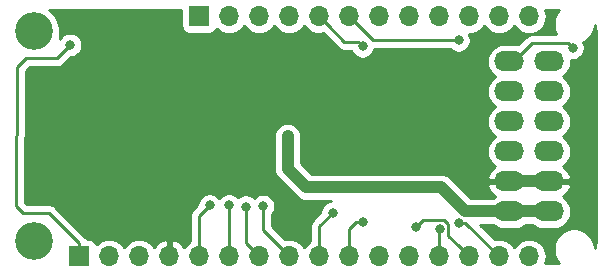
<source format=gbr>
G04 #@! TF.GenerationSoftware,KiCad,Pcbnew,5.1.4+dfsg1-1*
G04 #@! TF.CreationDate,2019-11-20T21:28:11-08:00*
G04 #@! TF.ProjectId,feather-wing-pmod,66656174-6865-4722-9d77-696e672d706d,rev?*
G04 #@! TF.SameCoordinates,PX791ddc0PY4d83c00*
G04 #@! TF.FileFunction,Copper,L2,Bot*
G04 #@! TF.FilePolarity,Positive*
%FSLAX46Y46*%
G04 Gerber Fmt 4.6, Leading zero omitted, Abs format (unit mm)*
G04 Created by KiCad (PCBNEW 5.1.4+dfsg1-1) date 2019-11-20 21:28:11*
%MOMM*%
%LPD*%
G04 APERTURE LIST*
%ADD10O,2.540000X1.700000*%
%ADD11O,1.700000X1.700000*%
%ADD12R,1.700000X1.700000*%
%ADD13C,3.200000*%
%ADD14C,0.800000*%
%ADD15C,1.000000*%
%ADD16C,0.250000*%
%ADD17C,0.254000*%
G04 APERTURE END LIST*
D10*
X46120000Y-17780000D03*
X42780000Y-17780000D03*
X46120000Y-15240000D03*
X42780000Y-15240000D03*
X46120000Y-12700000D03*
X42780000Y-12700000D03*
X46120000Y-10160000D03*
X42780000Y-10160000D03*
X46120000Y-7620000D03*
X42780000Y-7620000D03*
X46120000Y-5080000D03*
X42780000Y-5080000D03*
D11*
X44450000Y-1270000D03*
X41910000Y-1270000D03*
X39370000Y-1270000D03*
X36830000Y-1270000D03*
X34290000Y-1270000D03*
X31750000Y-1270000D03*
X29210000Y-1270000D03*
X26670000Y-1270000D03*
X24130000Y-1270000D03*
X21590000Y-1270000D03*
X19050000Y-1270000D03*
D12*
X16510000Y-1270000D03*
D11*
X44450000Y-21590000D03*
X41910000Y-21590000D03*
X39370000Y-21590000D03*
X36830000Y-21590000D03*
X34290000Y-21590000D03*
X31750000Y-21590000D03*
X29210000Y-21590000D03*
X26670000Y-21590000D03*
X24130000Y-21590000D03*
X21590000Y-21590000D03*
X19050000Y-21590000D03*
X16510000Y-21590000D03*
X13970000Y-21590000D03*
X11430000Y-21590000D03*
X8890000Y-21590000D03*
D12*
X6350000Y-21590000D03*
D13*
X2540000Y-2540000D03*
X2540000Y-20320000D03*
D14*
X3683000Y-11430000D03*
X26543000Y-11430000D03*
X8534500Y-2705000D03*
X38482711Y-18719001D03*
X34861500Y-19113500D03*
X30353000Y-18669000D03*
X27813000Y-17907000D03*
X21907500Y-17335500D03*
X20464878Y-17366979D03*
X19050000Y-17272000D03*
X17409233Y-17260975D03*
X24003000Y-11430000D03*
X38481000Y-3302000D03*
X30353000Y-3810000D03*
X48137653Y-3932347D03*
X36884489Y-19239978D03*
X5588000Y-3683000D03*
D15*
X43180000Y-15240000D02*
X45720000Y-15240000D01*
D16*
X39039001Y-18719001D02*
X38482711Y-18719001D01*
X41910000Y-21590000D02*
X39039001Y-18719001D01*
X37609499Y-19829499D02*
X38520001Y-20740001D01*
X38520001Y-20740001D02*
X39370000Y-21590000D01*
X35460026Y-18514974D02*
X37247474Y-18514974D01*
X34861500Y-19113500D02*
X35460026Y-18514974D01*
X37609499Y-18876999D02*
X37609499Y-19829499D01*
X37247474Y-18514974D02*
X37609499Y-18876999D01*
X29210000Y-19246315D02*
X29210000Y-20387919D01*
X29787315Y-18669000D02*
X29210000Y-19246315D01*
X29210000Y-20387919D02*
X29210000Y-21590000D01*
X30353000Y-18669000D02*
X29787315Y-18669000D01*
X26670000Y-19050000D02*
X26670000Y-21590000D01*
X27813000Y-17907000D02*
X26670000Y-19050000D01*
X21907500Y-19367500D02*
X24130000Y-21590000D01*
X21907500Y-17335500D02*
X21907500Y-19367500D01*
X21590000Y-21590000D02*
X20464878Y-20464878D01*
X20464878Y-20464878D02*
X20464878Y-17932664D01*
X20464878Y-17932664D02*
X20464878Y-17366979D01*
X19050000Y-17837685D02*
X19050000Y-21590000D01*
X19050000Y-17272000D02*
X19050000Y-17837685D01*
X16510000Y-18160208D02*
X17009234Y-17660974D01*
X17009234Y-17660974D02*
X17409233Y-17260975D01*
X16510000Y-21590000D02*
X16510000Y-18160208D01*
D15*
X43180000Y-17780000D02*
X45720000Y-17780000D01*
X24003000Y-14160500D02*
X24003000Y-11430000D01*
X37023687Y-15748000D02*
X25590500Y-15748000D01*
X43180000Y-17780000D02*
X39055687Y-17780000D01*
X25590500Y-15748000D02*
X24003000Y-14160500D01*
X39055687Y-17780000D02*
X37023687Y-15748000D01*
D16*
X31242000Y-3302000D02*
X29210000Y-1270000D01*
X38481000Y-3302000D02*
X31242000Y-3302000D01*
X27519999Y-2119999D02*
X26670000Y-1270000D01*
X28810001Y-3410001D02*
X27519999Y-2119999D01*
X29953001Y-3410001D02*
X28810001Y-3410001D01*
X30353000Y-3810000D02*
X29953001Y-3410001D01*
X47737654Y-3532348D02*
X44727652Y-3532348D01*
X44727652Y-3532348D02*
X43180000Y-5080000D01*
X48137653Y-3932347D02*
X47737654Y-3532348D01*
X36830000Y-21590000D02*
X36830000Y-19294467D01*
X36830000Y-19294467D02*
X36884489Y-19239978D01*
X6350000Y-20490000D02*
X6350000Y-21590000D01*
X3767000Y-17907000D02*
X6350000Y-20490000D01*
X1587500Y-17907000D02*
X3767000Y-17907000D01*
X4445000Y-4826000D02*
X1841500Y-4826000D01*
X1016000Y-17335500D02*
X1587500Y-17907000D01*
X1079500Y-5588000D02*
X1016000Y-17335500D01*
X5588000Y-3683000D02*
X4445000Y-4826000D01*
X1841500Y-4826000D02*
X1079500Y-5588000D01*
D17*
G36*
X15021928Y-2120000D02*
G01*
X15034188Y-2244482D01*
X15070498Y-2364180D01*
X15129463Y-2474494D01*
X15208815Y-2571185D01*
X15305506Y-2650537D01*
X15415820Y-2709502D01*
X15535518Y-2745812D01*
X15660000Y-2758072D01*
X17360000Y-2758072D01*
X17484482Y-2745812D01*
X17604180Y-2709502D01*
X17714494Y-2650537D01*
X17811185Y-2571185D01*
X17890537Y-2474494D01*
X17949502Y-2364180D01*
X17970393Y-2295313D01*
X17994866Y-2325134D01*
X18220986Y-2510706D01*
X18478966Y-2648599D01*
X18758889Y-2733513D01*
X18977050Y-2755000D01*
X19122950Y-2755000D01*
X19341111Y-2733513D01*
X19621034Y-2648599D01*
X19879014Y-2510706D01*
X20105134Y-2325134D01*
X20290706Y-2099014D01*
X20320000Y-2044209D01*
X20349294Y-2099014D01*
X20534866Y-2325134D01*
X20760986Y-2510706D01*
X21018966Y-2648599D01*
X21298889Y-2733513D01*
X21517050Y-2755000D01*
X21662950Y-2755000D01*
X21881111Y-2733513D01*
X22161034Y-2648599D01*
X22419014Y-2510706D01*
X22645134Y-2325134D01*
X22830706Y-2099014D01*
X22860000Y-2044209D01*
X22889294Y-2099014D01*
X23074866Y-2325134D01*
X23300986Y-2510706D01*
X23558966Y-2648599D01*
X23838889Y-2733513D01*
X24057050Y-2755000D01*
X24202950Y-2755000D01*
X24421111Y-2733513D01*
X24701034Y-2648599D01*
X24959014Y-2510706D01*
X25185134Y-2325134D01*
X25370706Y-2099014D01*
X25400000Y-2044209D01*
X25429294Y-2099014D01*
X25614866Y-2325134D01*
X25840986Y-2510706D01*
X26098966Y-2648599D01*
X26378889Y-2733513D01*
X26597050Y-2755000D01*
X26742950Y-2755000D01*
X26961111Y-2733513D01*
X27035996Y-2710797D01*
X28246201Y-3921003D01*
X28270000Y-3950002D01*
X28385725Y-4044975D01*
X28517754Y-4115547D01*
X28661015Y-4159004D01*
X28772668Y-4170001D01*
X28772677Y-4170001D01*
X28810000Y-4173677D01*
X28847323Y-4170001D01*
X29381841Y-4170001D01*
X29435795Y-4300256D01*
X29549063Y-4469774D01*
X29693226Y-4613937D01*
X29862744Y-4727205D01*
X30051102Y-4805226D01*
X30251061Y-4845000D01*
X30454939Y-4845000D01*
X30654898Y-4805226D01*
X30843256Y-4727205D01*
X31012774Y-4613937D01*
X31156937Y-4469774D01*
X31270205Y-4300256D01*
X31348226Y-4111898D01*
X31358151Y-4062000D01*
X37777289Y-4062000D01*
X37821226Y-4105937D01*
X37990744Y-4219205D01*
X38179102Y-4297226D01*
X38379061Y-4337000D01*
X38582939Y-4337000D01*
X38782898Y-4297226D01*
X38971256Y-4219205D01*
X39140774Y-4105937D01*
X39284937Y-3961774D01*
X39398205Y-3792256D01*
X39476226Y-3603898D01*
X39516000Y-3403939D01*
X39516000Y-3200061D01*
X39476226Y-3000102D01*
X39398205Y-2811744D01*
X39360290Y-2755000D01*
X39442950Y-2755000D01*
X39661111Y-2733513D01*
X39941034Y-2648599D01*
X40199014Y-2510706D01*
X40425134Y-2325134D01*
X40610706Y-2099014D01*
X40640000Y-2044209D01*
X40669294Y-2099014D01*
X40854866Y-2325134D01*
X41080986Y-2510706D01*
X41338966Y-2648599D01*
X41618889Y-2733513D01*
X41837050Y-2755000D01*
X41982950Y-2755000D01*
X42201111Y-2733513D01*
X42481034Y-2648599D01*
X42739014Y-2510706D01*
X42965134Y-2325134D01*
X43150706Y-2099014D01*
X43180000Y-2044209D01*
X43209294Y-2099014D01*
X43394866Y-2325134D01*
X43620986Y-2510706D01*
X43878966Y-2648599D01*
X44158889Y-2733513D01*
X44377050Y-2755000D01*
X44522950Y-2755000D01*
X44741111Y-2733513D01*
X45021034Y-2648599D01*
X45279014Y-2510706D01*
X45505134Y-2325134D01*
X45690706Y-2099014D01*
X45828599Y-1841034D01*
X45913513Y-1561111D01*
X45942185Y-1270000D01*
X45913513Y-978889D01*
X45831946Y-710000D01*
X47001339Y-710000D01*
X46912337Y-799002D01*
X46722463Y-1083169D01*
X46591675Y-1398919D01*
X46525000Y-1734117D01*
X46525000Y-2075883D01*
X46591675Y-2411081D01*
X46722463Y-2726831D01*
X46752876Y-2772348D01*
X44764974Y-2772348D01*
X44727651Y-2768672D01*
X44690328Y-2772348D01*
X44690319Y-2772348D01*
X44578666Y-2783345D01*
X44435405Y-2826802D01*
X44303376Y-2897374D01*
X44303374Y-2897375D01*
X44303375Y-2897375D01*
X44216648Y-2968549D01*
X44216644Y-2968553D01*
X44187651Y-2992347D01*
X44163857Y-3021340D01*
X43550650Y-3634548D01*
X43491111Y-3616487D01*
X43272950Y-3595000D01*
X42287050Y-3595000D01*
X42068889Y-3616487D01*
X41788966Y-3701401D01*
X41530986Y-3839294D01*
X41304866Y-4024866D01*
X41119294Y-4250986D01*
X40981401Y-4508966D01*
X40896487Y-4788889D01*
X40867815Y-5080000D01*
X40896487Y-5371111D01*
X40981401Y-5651034D01*
X41119294Y-5909014D01*
X41304866Y-6135134D01*
X41530986Y-6320706D01*
X41585791Y-6350000D01*
X41530986Y-6379294D01*
X41304866Y-6564866D01*
X41119294Y-6790986D01*
X40981401Y-7048966D01*
X40896487Y-7328889D01*
X40867815Y-7620000D01*
X40896487Y-7911111D01*
X40981401Y-8191034D01*
X41119294Y-8449014D01*
X41304866Y-8675134D01*
X41530986Y-8860706D01*
X41585791Y-8890000D01*
X41530986Y-8919294D01*
X41304866Y-9104866D01*
X41119294Y-9330986D01*
X40981401Y-9588966D01*
X40896487Y-9868889D01*
X40867815Y-10160000D01*
X40896487Y-10451111D01*
X40981401Y-10731034D01*
X41119294Y-10989014D01*
X41304866Y-11215134D01*
X41530986Y-11400706D01*
X41585791Y-11430000D01*
X41530986Y-11459294D01*
X41304866Y-11644866D01*
X41119294Y-11870986D01*
X40981401Y-12128966D01*
X40896487Y-12408889D01*
X40867815Y-12700000D01*
X40896487Y-12991111D01*
X40981401Y-13271034D01*
X41119294Y-13529014D01*
X41304866Y-13755134D01*
X41530986Y-13940706D01*
X41589337Y-13971895D01*
X41429381Y-14075824D01*
X41220143Y-14279748D01*
X41054709Y-14520574D01*
X40939437Y-14789047D01*
X40918524Y-14883110D01*
X41039845Y-15113000D01*
X42653000Y-15113000D01*
X42653000Y-15093000D01*
X42907000Y-15093000D01*
X42907000Y-15113000D01*
X45993000Y-15113000D01*
X45993000Y-15093000D01*
X46247000Y-15093000D01*
X46247000Y-15113000D01*
X47860155Y-15113000D01*
X47981476Y-14883110D01*
X47960563Y-14789047D01*
X47845291Y-14520574D01*
X47679857Y-14279748D01*
X47470619Y-14075824D01*
X47310663Y-13971895D01*
X47369014Y-13940706D01*
X47595134Y-13755134D01*
X47780706Y-13529014D01*
X47918599Y-13271034D01*
X48003513Y-12991111D01*
X48032185Y-12700000D01*
X48003513Y-12408889D01*
X47918599Y-12128966D01*
X47780706Y-11870986D01*
X47595134Y-11644866D01*
X47369014Y-11459294D01*
X47314209Y-11430000D01*
X47369014Y-11400706D01*
X47595134Y-11215134D01*
X47780706Y-10989014D01*
X47918599Y-10731034D01*
X48003513Y-10451111D01*
X48032185Y-10160000D01*
X48003513Y-9868889D01*
X47918599Y-9588966D01*
X47780706Y-9330986D01*
X47595134Y-9104866D01*
X47369014Y-8919294D01*
X47314209Y-8890000D01*
X47369014Y-8860706D01*
X47595134Y-8675134D01*
X47780706Y-8449014D01*
X47918599Y-8191034D01*
X48003513Y-7911111D01*
X48032185Y-7620000D01*
X48003513Y-7328889D01*
X47918599Y-7048966D01*
X47780706Y-6790986D01*
X47595134Y-6564866D01*
X47369014Y-6379294D01*
X47314209Y-6350000D01*
X47369014Y-6320706D01*
X47595134Y-6135134D01*
X47780706Y-5909014D01*
X47918599Y-5651034D01*
X48003513Y-5371111D01*
X48032185Y-5080000D01*
X48020797Y-4964380D01*
X48035714Y-4967347D01*
X48239592Y-4967347D01*
X48439551Y-4927573D01*
X48627909Y-4849552D01*
X48797427Y-4736284D01*
X48941590Y-4592121D01*
X49054858Y-4422603D01*
X49132879Y-4234245D01*
X49172653Y-4034286D01*
X49172653Y-3830408D01*
X49132879Y-3630449D01*
X49058966Y-3452008D01*
X49081831Y-3442537D01*
X49365998Y-3252663D01*
X49607663Y-3010998D01*
X49797537Y-2726831D01*
X49928325Y-2411081D01*
X49995000Y-2075883D01*
X49995000Y-1997338D01*
X50049286Y-2172708D01*
X50090001Y-2560082D01*
X50090000Y-20285280D01*
X50051809Y-20674784D01*
X49995000Y-20862944D01*
X49995000Y-20784117D01*
X49928325Y-20448919D01*
X49797537Y-20133169D01*
X49607663Y-19849002D01*
X49365998Y-19607337D01*
X49081831Y-19417463D01*
X48766081Y-19286675D01*
X48430883Y-19220000D01*
X48089117Y-19220000D01*
X47753919Y-19286675D01*
X47438169Y-19417463D01*
X47154002Y-19607337D01*
X46912337Y-19849002D01*
X46722463Y-20133169D01*
X46591675Y-20448919D01*
X46525000Y-20784117D01*
X46525000Y-21125883D01*
X46591675Y-21461081D01*
X46722463Y-21776831D01*
X46912337Y-22060998D01*
X47001339Y-22150000D01*
X45831946Y-22150000D01*
X45913513Y-21881111D01*
X45942185Y-21590000D01*
X45913513Y-21298889D01*
X45828599Y-21018966D01*
X45690706Y-20760986D01*
X45505134Y-20534866D01*
X45279014Y-20349294D01*
X45021034Y-20211401D01*
X44741111Y-20126487D01*
X44522950Y-20105000D01*
X44377050Y-20105000D01*
X44158889Y-20126487D01*
X43878966Y-20211401D01*
X43620986Y-20349294D01*
X43394866Y-20534866D01*
X43209294Y-20760986D01*
X43180000Y-20815791D01*
X43150706Y-20760986D01*
X42965134Y-20534866D01*
X42739014Y-20349294D01*
X42481034Y-20211401D01*
X42201111Y-20126487D01*
X41982950Y-20105000D01*
X41837050Y-20105000D01*
X41618889Y-20126487D01*
X41544005Y-20149203D01*
X40309801Y-18915000D01*
X41402183Y-18915000D01*
X41530986Y-19020706D01*
X41788966Y-19158599D01*
X42068889Y-19243513D01*
X42287050Y-19265000D01*
X43272950Y-19265000D01*
X43491111Y-19243513D01*
X43771034Y-19158599D01*
X44029014Y-19020706D01*
X44157817Y-18915000D01*
X44742183Y-18915000D01*
X44870986Y-19020706D01*
X45128966Y-19158599D01*
X45408889Y-19243513D01*
X45627050Y-19265000D01*
X46612950Y-19265000D01*
X46831111Y-19243513D01*
X47111034Y-19158599D01*
X47369014Y-19020706D01*
X47595134Y-18835134D01*
X47780706Y-18609014D01*
X47918599Y-18351034D01*
X48003513Y-18071111D01*
X48032185Y-17780000D01*
X48003513Y-17488889D01*
X47918599Y-17208966D01*
X47780706Y-16950986D01*
X47595134Y-16724866D01*
X47369014Y-16539294D01*
X47310663Y-16508105D01*
X47470619Y-16404176D01*
X47679857Y-16200252D01*
X47845291Y-15959426D01*
X47960563Y-15690953D01*
X47981476Y-15596890D01*
X47860155Y-15367000D01*
X46247000Y-15367000D01*
X46247000Y-15387000D01*
X45993000Y-15387000D01*
X45993000Y-15367000D01*
X42907000Y-15367000D01*
X42907000Y-15387000D01*
X42653000Y-15387000D01*
X42653000Y-15367000D01*
X41039845Y-15367000D01*
X40918524Y-15596890D01*
X40939437Y-15690953D01*
X41054709Y-15959426D01*
X41220143Y-16200252D01*
X41429381Y-16404176D01*
X41589337Y-16508105D01*
X41530986Y-16539294D01*
X41402183Y-16645000D01*
X39525819Y-16645000D01*
X37865683Y-14984865D01*
X37830136Y-14941551D01*
X37657310Y-14799716D01*
X37460134Y-14694324D01*
X37246186Y-14629423D01*
X37079439Y-14613000D01*
X37079438Y-14613000D01*
X37023687Y-14607509D01*
X36967936Y-14613000D01*
X26060632Y-14613000D01*
X25138000Y-13690369D01*
X25138000Y-11374248D01*
X25121577Y-11207501D01*
X25056676Y-10993553D01*
X24951284Y-10796377D01*
X24809449Y-10623551D01*
X24636623Y-10481716D01*
X24439447Y-10376324D01*
X24225499Y-10311423D01*
X24003000Y-10289509D01*
X23780502Y-10311423D01*
X23566554Y-10376324D01*
X23369378Y-10481716D01*
X23196552Y-10623551D01*
X23054717Y-10796377D01*
X22949325Y-10993553D01*
X22884424Y-11207501D01*
X22868001Y-11374248D01*
X22868000Y-14104748D01*
X22862509Y-14160500D01*
X22868000Y-14216251D01*
X22884423Y-14382998D01*
X22949324Y-14596946D01*
X23054716Y-14794123D01*
X23196551Y-14966949D01*
X23239865Y-15002496D01*
X24748509Y-16511140D01*
X24784051Y-16554449D01*
X24956877Y-16696284D01*
X25116763Y-16781744D01*
X25154053Y-16801676D01*
X25368001Y-16866577D01*
X25590499Y-16888491D01*
X25646251Y-16883000D01*
X27655760Y-16883000D01*
X27511102Y-16911774D01*
X27322744Y-16989795D01*
X27153226Y-17103063D01*
X27009063Y-17247226D01*
X26895795Y-17416744D01*
X26817774Y-17605102D01*
X26778000Y-17805061D01*
X26778000Y-17867198D01*
X26159002Y-18486196D01*
X26129999Y-18509999D01*
X26083170Y-18567061D01*
X26035026Y-18625724D01*
X25980207Y-18728283D01*
X25964454Y-18757754D01*
X25920997Y-18901015D01*
X25910000Y-19012668D01*
X25910000Y-19012678D01*
X25906324Y-19050000D01*
X25910000Y-19087323D01*
X25910000Y-20312405D01*
X25840986Y-20349294D01*
X25614866Y-20534866D01*
X25429294Y-20760986D01*
X25400000Y-20815791D01*
X25370706Y-20760986D01*
X25185134Y-20534866D01*
X24959014Y-20349294D01*
X24701034Y-20211401D01*
X24421111Y-20126487D01*
X24202950Y-20105000D01*
X24057050Y-20105000D01*
X23838889Y-20126487D01*
X23764005Y-20149203D01*
X22667500Y-19052699D01*
X22667500Y-18039211D01*
X22711437Y-17995274D01*
X22824705Y-17825756D01*
X22902726Y-17637398D01*
X22942500Y-17437439D01*
X22942500Y-17233561D01*
X22902726Y-17033602D01*
X22824705Y-16845244D01*
X22711437Y-16675726D01*
X22567274Y-16531563D01*
X22397756Y-16418295D01*
X22209398Y-16340274D01*
X22009439Y-16300500D01*
X21805561Y-16300500D01*
X21605602Y-16340274D01*
X21417244Y-16418295D01*
X21247726Y-16531563D01*
X21170450Y-16608840D01*
X21124652Y-16563042D01*
X20955134Y-16449774D01*
X20766776Y-16371753D01*
X20566817Y-16331979D01*
X20362939Y-16331979D01*
X20162980Y-16371753D01*
X19974622Y-16449774D01*
X19805104Y-16563042D01*
X19804929Y-16563218D01*
X19709774Y-16468063D01*
X19540256Y-16354795D01*
X19351898Y-16276774D01*
X19151939Y-16237000D01*
X18948061Y-16237000D01*
X18748102Y-16276774D01*
X18559744Y-16354795D01*
X18390226Y-16468063D01*
X18246063Y-16612226D01*
X18233300Y-16631327D01*
X18213170Y-16601201D01*
X18069007Y-16457038D01*
X17899489Y-16343770D01*
X17711131Y-16265749D01*
X17511172Y-16225975D01*
X17307294Y-16225975D01*
X17107335Y-16265749D01*
X16918977Y-16343770D01*
X16749459Y-16457038D01*
X16605296Y-16601201D01*
X16492028Y-16770719D01*
X16414007Y-16959077D01*
X16374233Y-17159036D01*
X16374233Y-17221173D01*
X15998998Y-17596409D01*
X15970000Y-17620207D01*
X15946202Y-17649205D01*
X15946201Y-17649206D01*
X15875026Y-17735932D01*
X15804454Y-17867962D01*
X15788670Y-17919997D01*
X15760998Y-18011222D01*
X15754061Y-18081650D01*
X15746324Y-18160208D01*
X15750001Y-18197540D01*
X15750000Y-20312405D01*
X15680986Y-20349294D01*
X15454866Y-20534866D01*
X15269294Y-20760986D01*
X15234799Y-20825523D01*
X15165178Y-20708645D01*
X14970269Y-20492412D01*
X14736920Y-20318359D01*
X14474099Y-20193175D01*
X14326890Y-20148524D01*
X14097000Y-20269845D01*
X14097000Y-21463000D01*
X14117000Y-21463000D01*
X14117000Y-21717000D01*
X14097000Y-21717000D01*
X14097000Y-21737000D01*
X13843000Y-21737000D01*
X13843000Y-21717000D01*
X13823000Y-21717000D01*
X13823000Y-21463000D01*
X13843000Y-21463000D01*
X13843000Y-20269845D01*
X13613110Y-20148524D01*
X13465901Y-20193175D01*
X13203080Y-20318359D01*
X12969731Y-20492412D01*
X12774822Y-20708645D01*
X12705201Y-20825523D01*
X12670706Y-20760986D01*
X12485134Y-20534866D01*
X12259014Y-20349294D01*
X12001034Y-20211401D01*
X11721111Y-20126487D01*
X11502950Y-20105000D01*
X11357050Y-20105000D01*
X11138889Y-20126487D01*
X10858966Y-20211401D01*
X10600986Y-20349294D01*
X10374866Y-20534866D01*
X10189294Y-20760986D01*
X10160000Y-20815791D01*
X10130706Y-20760986D01*
X9945134Y-20534866D01*
X9719014Y-20349294D01*
X9461034Y-20211401D01*
X9181111Y-20126487D01*
X8962950Y-20105000D01*
X8817050Y-20105000D01*
X8598889Y-20126487D01*
X8318966Y-20211401D01*
X8060986Y-20349294D01*
X7834866Y-20534866D01*
X7810393Y-20564687D01*
X7789502Y-20495820D01*
X7730537Y-20385506D01*
X7651185Y-20288815D01*
X7554494Y-20209463D01*
X7444180Y-20150498D01*
X7324482Y-20114188D01*
X7200000Y-20101928D01*
X7004326Y-20101928D01*
X6984974Y-20065724D01*
X6890001Y-19949999D01*
X6861004Y-19926202D01*
X4330804Y-17396003D01*
X4307001Y-17366999D01*
X4191276Y-17272026D01*
X4059247Y-17201454D01*
X3915986Y-17157997D01*
X3804333Y-17147000D01*
X3804322Y-17147000D01*
X3767000Y-17143324D01*
X3729678Y-17147000D01*
X1902302Y-17147000D01*
X1777703Y-17022402D01*
X1837800Y-5904502D01*
X2156302Y-5586000D01*
X4407678Y-5586000D01*
X4445000Y-5589676D01*
X4482322Y-5586000D01*
X4482333Y-5586000D01*
X4593986Y-5575003D01*
X4737247Y-5531546D01*
X4869276Y-5460974D01*
X4985001Y-5366001D01*
X5008804Y-5336998D01*
X5627802Y-4718000D01*
X5689939Y-4718000D01*
X5889898Y-4678226D01*
X6078256Y-4600205D01*
X6247774Y-4486937D01*
X6391937Y-4342774D01*
X6505205Y-4173256D01*
X6583226Y-3984898D01*
X6623000Y-3784939D01*
X6623000Y-3581061D01*
X6583226Y-3381102D01*
X6505205Y-3192744D01*
X6391937Y-3023226D01*
X6247774Y-2879063D01*
X6078256Y-2765795D01*
X5889898Y-2687774D01*
X5689939Y-2648000D01*
X5486061Y-2648000D01*
X5286102Y-2687774D01*
X5097744Y-2765795D01*
X4928226Y-2879063D01*
X4784063Y-3023226D01*
X4696641Y-3154062D01*
X4775000Y-2760128D01*
X4775000Y-2319872D01*
X4689110Y-1888075D01*
X4520631Y-1481331D01*
X4276038Y-1115271D01*
X3964729Y-803962D01*
X3824105Y-710000D01*
X15021928Y-710000D01*
X15021928Y-2120000D01*
X15021928Y-2120000D01*
G37*
X15021928Y-2120000D02*
X15034188Y-2244482D01*
X15070498Y-2364180D01*
X15129463Y-2474494D01*
X15208815Y-2571185D01*
X15305506Y-2650537D01*
X15415820Y-2709502D01*
X15535518Y-2745812D01*
X15660000Y-2758072D01*
X17360000Y-2758072D01*
X17484482Y-2745812D01*
X17604180Y-2709502D01*
X17714494Y-2650537D01*
X17811185Y-2571185D01*
X17890537Y-2474494D01*
X17949502Y-2364180D01*
X17970393Y-2295313D01*
X17994866Y-2325134D01*
X18220986Y-2510706D01*
X18478966Y-2648599D01*
X18758889Y-2733513D01*
X18977050Y-2755000D01*
X19122950Y-2755000D01*
X19341111Y-2733513D01*
X19621034Y-2648599D01*
X19879014Y-2510706D01*
X20105134Y-2325134D01*
X20290706Y-2099014D01*
X20320000Y-2044209D01*
X20349294Y-2099014D01*
X20534866Y-2325134D01*
X20760986Y-2510706D01*
X21018966Y-2648599D01*
X21298889Y-2733513D01*
X21517050Y-2755000D01*
X21662950Y-2755000D01*
X21881111Y-2733513D01*
X22161034Y-2648599D01*
X22419014Y-2510706D01*
X22645134Y-2325134D01*
X22830706Y-2099014D01*
X22860000Y-2044209D01*
X22889294Y-2099014D01*
X23074866Y-2325134D01*
X23300986Y-2510706D01*
X23558966Y-2648599D01*
X23838889Y-2733513D01*
X24057050Y-2755000D01*
X24202950Y-2755000D01*
X24421111Y-2733513D01*
X24701034Y-2648599D01*
X24959014Y-2510706D01*
X25185134Y-2325134D01*
X25370706Y-2099014D01*
X25400000Y-2044209D01*
X25429294Y-2099014D01*
X25614866Y-2325134D01*
X25840986Y-2510706D01*
X26098966Y-2648599D01*
X26378889Y-2733513D01*
X26597050Y-2755000D01*
X26742950Y-2755000D01*
X26961111Y-2733513D01*
X27035996Y-2710797D01*
X28246201Y-3921003D01*
X28270000Y-3950002D01*
X28385725Y-4044975D01*
X28517754Y-4115547D01*
X28661015Y-4159004D01*
X28772668Y-4170001D01*
X28772677Y-4170001D01*
X28810000Y-4173677D01*
X28847323Y-4170001D01*
X29381841Y-4170001D01*
X29435795Y-4300256D01*
X29549063Y-4469774D01*
X29693226Y-4613937D01*
X29862744Y-4727205D01*
X30051102Y-4805226D01*
X30251061Y-4845000D01*
X30454939Y-4845000D01*
X30654898Y-4805226D01*
X30843256Y-4727205D01*
X31012774Y-4613937D01*
X31156937Y-4469774D01*
X31270205Y-4300256D01*
X31348226Y-4111898D01*
X31358151Y-4062000D01*
X37777289Y-4062000D01*
X37821226Y-4105937D01*
X37990744Y-4219205D01*
X38179102Y-4297226D01*
X38379061Y-4337000D01*
X38582939Y-4337000D01*
X38782898Y-4297226D01*
X38971256Y-4219205D01*
X39140774Y-4105937D01*
X39284937Y-3961774D01*
X39398205Y-3792256D01*
X39476226Y-3603898D01*
X39516000Y-3403939D01*
X39516000Y-3200061D01*
X39476226Y-3000102D01*
X39398205Y-2811744D01*
X39360290Y-2755000D01*
X39442950Y-2755000D01*
X39661111Y-2733513D01*
X39941034Y-2648599D01*
X40199014Y-2510706D01*
X40425134Y-2325134D01*
X40610706Y-2099014D01*
X40640000Y-2044209D01*
X40669294Y-2099014D01*
X40854866Y-2325134D01*
X41080986Y-2510706D01*
X41338966Y-2648599D01*
X41618889Y-2733513D01*
X41837050Y-2755000D01*
X41982950Y-2755000D01*
X42201111Y-2733513D01*
X42481034Y-2648599D01*
X42739014Y-2510706D01*
X42965134Y-2325134D01*
X43150706Y-2099014D01*
X43180000Y-2044209D01*
X43209294Y-2099014D01*
X43394866Y-2325134D01*
X43620986Y-2510706D01*
X43878966Y-2648599D01*
X44158889Y-2733513D01*
X44377050Y-2755000D01*
X44522950Y-2755000D01*
X44741111Y-2733513D01*
X45021034Y-2648599D01*
X45279014Y-2510706D01*
X45505134Y-2325134D01*
X45690706Y-2099014D01*
X45828599Y-1841034D01*
X45913513Y-1561111D01*
X45942185Y-1270000D01*
X45913513Y-978889D01*
X45831946Y-710000D01*
X47001339Y-710000D01*
X46912337Y-799002D01*
X46722463Y-1083169D01*
X46591675Y-1398919D01*
X46525000Y-1734117D01*
X46525000Y-2075883D01*
X46591675Y-2411081D01*
X46722463Y-2726831D01*
X46752876Y-2772348D01*
X44764974Y-2772348D01*
X44727651Y-2768672D01*
X44690328Y-2772348D01*
X44690319Y-2772348D01*
X44578666Y-2783345D01*
X44435405Y-2826802D01*
X44303376Y-2897374D01*
X44303374Y-2897375D01*
X44303375Y-2897375D01*
X44216648Y-2968549D01*
X44216644Y-2968553D01*
X44187651Y-2992347D01*
X44163857Y-3021340D01*
X43550650Y-3634548D01*
X43491111Y-3616487D01*
X43272950Y-3595000D01*
X42287050Y-3595000D01*
X42068889Y-3616487D01*
X41788966Y-3701401D01*
X41530986Y-3839294D01*
X41304866Y-4024866D01*
X41119294Y-4250986D01*
X40981401Y-4508966D01*
X40896487Y-4788889D01*
X40867815Y-5080000D01*
X40896487Y-5371111D01*
X40981401Y-5651034D01*
X41119294Y-5909014D01*
X41304866Y-6135134D01*
X41530986Y-6320706D01*
X41585791Y-6350000D01*
X41530986Y-6379294D01*
X41304866Y-6564866D01*
X41119294Y-6790986D01*
X40981401Y-7048966D01*
X40896487Y-7328889D01*
X40867815Y-7620000D01*
X40896487Y-7911111D01*
X40981401Y-8191034D01*
X41119294Y-8449014D01*
X41304866Y-8675134D01*
X41530986Y-8860706D01*
X41585791Y-8890000D01*
X41530986Y-8919294D01*
X41304866Y-9104866D01*
X41119294Y-9330986D01*
X40981401Y-9588966D01*
X40896487Y-9868889D01*
X40867815Y-10160000D01*
X40896487Y-10451111D01*
X40981401Y-10731034D01*
X41119294Y-10989014D01*
X41304866Y-11215134D01*
X41530986Y-11400706D01*
X41585791Y-11430000D01*
X41530986Y-11459294D01*
X41304866Y-11644866D01*
X41119294Y-11870986D01*
X40981401Y-12128966D01*
X40896487Y-12408889D01*
X40867815Y-12700000D01*
X40896487Y-12991111D01*
X40981401Y-13271034D01*
X41119294Y-13529014D01*
X41304866Y-13755134D01*
X41530986Y-13940706D01*
X41589337Y-13971895D01*
X41429381Y-14075824D01*
X41220143Y-14279748D01*
X41054709Y-14520574D01*
X40939437Y-14789047D01*
X40918524Y-14883110D01*
X41039845Y-15113000D01*
X42653000Y-15113000D01*
X42653000Y-15093000D01*
X42907000Y-15093000D01*
X42907000Y-15113000D01*
X45993000Y-15113000D01*
X45993000Y-15093000D01*
X46247000Y-15093000D01*
X46247000Y-15113000D01*
X47860155Y-15113000D01*
X47981476Y-14883110D01*
X47960563Y-14789047D01*
X47845291Y-14520574D01*
X47679857Y-14279748D01*
X47470619Y-14075824D01*
X47310663Y-13971895D01*
X47369014Y-13940706D01*
X47595134Y-13755134D01*
X47780706Y-13529014D01*
X47918599Y-13271034D01*
X48003513Y-12991111D01*
X48032185Y-12700000D01*
X48003513Y-12408889D01*
X47918599Y-12128966D01*
X47780706Y-11870986D01*
X47595134Y-11644866D01*
X47369014Y-11459294D01*
X47314209Y-11430000D01*
X47369014Y-11400706D01*
X47595134Y-11215134D01*
X47780706Y-10989014D01*
X47918599Y-10731034D01*
X48003513Y-10451111D01*
X48032185Y-10160000D01*
X48003513Y-9868889D01*
X47918599Y-9588966D01*
X47780706Y-9330986D01*
X47595134Y-9104866D01*
X47369014Y-8919294D01*
X47314209Y-8890000D01*
X47369014Y-8860706D01*
X47595134Y-8675134D01*
X47780706Y-8449014D01*
X47918599Y-8191034D01*
X48003513Y-7911111D01*
X48032185Y-7620000D01*
X48003513Y-7328889D01*
X47918599Y-7048966D01*
X47780706Y-6790986D01*
X47595134Y-6564866D01*
X47369014Y-6379294D01*
X47314209Y-6350000D01*
X47369014Y-6320706D01*
X47595134Y-6135134D01*
X47780706Y-5909014D01*
X47918599Y-5651034D01*
X48003513Y-5371111D01*
X48032185Y-5080000D01*
X48020797Y-4964380D01*
X48035714Y-4967347D01*
X48239592Y-4967347D01*
X48439551Y-4927573D01*
X48627909Y-4849552D01*
X48797427Y-4736284D01*
X48941590Y-4592121D01*
X49054858Y-4422603D01*
X49132879Y-4234245D01*
X49172653Y-4034286D01*
X49172653Y-3830408D01*
X49132879Y-3630449D01*
X49058966Y-3452008D01*
X49081831Y-3442537D01*
X49365998Y-3252663D01*
X49607663Y-3010998D01*
X49797537Y-2726831D01*
X49928325Y-2411081D01*
X49995000Y-2075883D01*
X49995000Y-1997338D01*
X50049286Y-2172708D01*
X50090001Y-2560082D01*
X50090000Y-20285280D01*
X50051809Y-20674784D01*
X49995000Y-20862944D01*
X49995000Y-20784117D01*
X49928325Y-20448919D01*
X49797537Y-20133169D01*
X49607663Y-19849002D01*
X49365998Y-19607337D01*
X49081831Y-19417463D01*
X48766081Y-19286675D01*
X48430883Y-19220000D01*
X48089117Y-19220000D01*
X47753919Y-19286675D01*
X47438169Y-19417463D01*
X47154002Y-19607337D01*
X46912337Y-19849002D01*
X46722463Y-20133169D01*
X46591675Y-20448919D01*
X46525000Y-20784117D01*
X46525000Y-21125883D01*
X46591675Y-21461081D01*
X46722463Y-21776831D01*
X46912337Y-22060998D01*
X47001339Y-22150000D01*
X45831946Y-22150000D01*
X45913513Y-21881111D01*
X45942185Y-21590000D01*
X45913513Y-21298889D01*
X45828599Y-21018966D01*
X45690706Y-20760986D01*
X45505134Y-20534866D01*
X45279014Y-20349294D01*
X45021034Y-20211401D01*
X44741111Y-20126487D01*
X44522950Y-20105000D01*
X44377050Y-20105000D01*
X44158889Y-20126487D01*
X43878966Y-20211401D01*
X43620986Y-20349294D01*
X43394866Y-20534866D01*
X43209294Y-20760986D01*
X43180000Y-20815791D01*
X43150706Y-20760986D01*
X42965134Y-20534866D01*
X42739014Y-20349294D01*
X42481034Y-20211401D01*
X42201111Y-20126487D01*
X41982950Y-20105000D01*
X41837050Y-20105000D01*
X41618889Y-20126487D01*
X41544005Y-20149203D01*
X40309801Y-18915000D01*
X41402183Y-18915000D01*
X41530986Y-19020706D01*
X41788966Y-19158599D01*
X42068889Y-19243513D01*
X42287050Y-19265000D01*
X43272950Y-19265000D01*
X43491111Y-19243513D01*
X43771034Y-19158599D01*
X44029014Y-19020706D01*
X44157817Y-18915000D01*
X44742183Y-18915000D01*
X44870986Y-19020706D01*
X45128966Y-19158599D01*
X45408889Y-19243513D01*
X45627050Y-19265000D01*
X46612950Y-19265000D01*
X46831111Y-19243513D01*
X47111034Y-19158599D01*
X47369014Y-19020706D01*
X47595134Y-18835134D01*
X47780706Y-18609014D01*
X47918599Y-18351034D01*
X48003513Y-18071111D01*
X48032185Y-17780000D01*
X48003513Y-17488889D01*
X47918599Y-17208966D01*
X47780706Y-16950986D01*
X47595134Y-16724866D01*
X47369014Y-16539294D01*
X47310663Y-16508105D01*
X47470619Y-16404176D01*
X47679857Y-16200252D01*
X47845291Y-15959426D01*
X47960563Y-15690953D01*
X47981476Y-15596890D01*
X47860155Y-15367000D01*
X46247000Y-15367000D01*
X46247000Y-15387000D01*
X45993000Y-15387000D01*
X45993000Y-15367000D01*
X42907000Y-15367000D01*
X42907000Y-15387000D01*
X42653000Y-15387000D01*
X42653000Y-15367000D01*
X41039845Y-15367000D01*
X40918524Y-15596890D01*
X40939437Y-15690953D01*
X41054709Y-15959426D01*
X41220143Y-16200252D01*
X41429381Y-16404176D01*
X41589337Y-16508105D01*
X41530986Y-16539294D01*
X41402183Y-16645000D01*
X39525819Y-16645000D01*
X37865683Y-14984865D01*
X37830136Y-14941551D01*
X37657310Y-14799716D01*
X37460134Y-14694324D01*
X37246186Y-14629423D01*
X37079439Y-14613000D01*
X37079438Y-14613000D01*
X37023687Y-14607509D01*
X36967936Y-14613000D01*
X26060632Y-14613000D01*
X25138000Y-13690369D01*
X25138000Y-11374248D01*
X25121577Y-11207501D01*
X25056676Y-10993553D01*
X24951284Y-10796377D01*
X24809449Y-10623551D01*
X24636623Y-10481716D01*
X24439447Y-10376324D01*
X24225499Y-10311423D01*
X24003000Y-10289509D01*
X23780502Y-10311423D01*
X23566554Y-10376324D01*
X23369378Y-10481716D01*
X23196552Y-10623551D01*
X23054717Y-10796377D01*
X22949325Y-10993553D01*
X22884424Y-11207501D01*
X22868001Y-11374248D01*
X22868000Y-14104748D01*
X22862509Y-14160500D01*
X22868000Y-14216251D01*
X22884423Y-14382998D01*
X22949324Y-14596946D01*
X23054716Y-14794123D01*
X23196551Y-14966949D01*
X23239865Y-15002496D01*
X24748509Y-16511140D01*
X24784051Y-16554449D01*
X24956877Y-16696284D01*
X25116763Y-16781744D01*
X25154053Y-16801676D01*
X25368001Y-16866577D01*
X25590499Y-16888491D01*
X25646251Y-16883000D01*
X27655760Y-16883000D01*
X27511102Y-16911774D01*
X27322744Y-16989795D01*
X27153226Y-17103063D01*
X27009063Y-17247226D01*
X26895795Y-17416744D01*
X26817774Y-17605102D01*
X26778000Y-17805061D01*
X26778000Y-17867198D01*
X26159002Y-18486196D01*
X26129999Y-18509999D01*
X26083170Y-18567061D01*
X26035026Y-18625724D01*
X25980207Y-18728283D01*
X25964454Y-18757754D01*
X25920997Y-18901015D01*
X25910000Y-19012668D01*
X25910000Y-19012678D01*
X25906324Y-19050000D01*
X25910000Y-19087323D01*
X25910000Y-20312405D01*
X25840986Y-20349294D01*
X25614866Y-20534866D01*
X25429294Y-20760986D01*
X25400000Y-20815791D01*
X25370706Y-20760986D01*
X25185134Y-20534866D01*
X24959014Y-20349294D01*
X24701034Y-20211401D01*
X24421111Y-20126487D01*
X24202950Y-20105000D01*
X24057050Y-20105000D01*
X23838889Y-20126487D01*
X23764005Y-20149203D01*
X22667500Y-19052699D01*
X22667500Y-18039211D01*
X22711437Y-17995274D01*
X22824705Y-17825756D01*
X22902726Y-17637398D01*
X22942500Y-17437439D01*
X22942500Y-17233561D01*
X22902726Y-17033602D01*
X22824705Y-16845244D01*
X22711437Y-16675726D01*
X22567274Y-16531563D01*
X22397756Y-16418295D01*
X22209398Y-16340274D01*
X22009439Y-16300500D01*
X21805561Y-16300500D01*
X21605602Y-16340274D01*
X21417244Y-16418295D01*
X21247726Y-16531563D01*
X21170450Y-16608840D01*
X21124652Y-16563042D01*
X20955134Y-16449774D01*
X20766776Y-16371753D01*
X20566817Y-16331979D01*
X20362939Y-16331979D01*
X20162980Y-16371753D01*
X19974622Y-16449774D01*
X19805104Y-16563042D01*
X19804929Y-16563218D01*
X19709774Y-16468063D01*
X19540256Y-16354795D01*
X19351898Y-16276774D01*
X19151939Y-16237000D01*
X18948061Y-16237000D01*
X18748102Y-16276774D01*
X18559744Y-16354795D01*
X18390226Y-16468063D01*
X18246063Y-16612226D01*
X18233300Y-16631327D01*
X18213170Y-16601201D01*
X18069007Y-16457038D01*
X17899489Y-16343770D01*
X17711131Y-16265749D01*
X17511172Y-16225975D01*
X17307294Y-16225975D01*
X17107335Y-16265749D01*
X16918977Y-16343770D01*
X16749459Y-16457038D01*
X16605296Y-16601201D01*
X16492028Y-16770719D01*
X16414007Y-16959077D01*
X16374233Y-17159036D01*
X16374233Y-17221173D01*
X15998998Y-17596409D01*
X15970000Y-17620207D01*
X15946202Y-17649205D01*
X15946201Y-17649206D01*
X15875026Y-17735932D01*
X15804454Y-17867962D01*
X15788670Y-17919997D01*
X15760998Y-18011222D01*
X15754061Y-18081650D01*
X15746324Y-18160208D01*
X15750001Y-18197540D01*
X15750000Y-20312405D01*
X15680986Y-20349294D01*
X15454866Y-20534866D01*
X15269294Y-20760986D01*
X15234799Y-20825523D01*
X15165178Y-20708645D01*
X14970269Y-20492412D01*
X14736920Y-20318359D01*
X14474099Y-20193175D01*
X14326890Y-20148524D01*
X14097000Y-20269845D01*
X14097000Y-21463000D01*
X14117000Y-21463000D01*
X14117000Y-21717000D01*
X14097000Y-21717000D01*
X14097000Y-21737000D01*
X13843000Y-21737000D01*
X13843000Y-21717000D01*
X13823000Y-21717000D01*
X13823000Y-21463000D01*
X13843000Y-21463000D01*
X13843000Y-20269845D01*
X13613110Y-20148524D01*
X13465901Y-20193175D01*
X13203080Y-20318359D01*
X12969731Y-20492412D01*
X12774822Y-20708645D01*
X12705201Y-20825523D01*
X12670706Y-20760986D01*
X12485134Y-20534866D01*
X12259014Y-20349294D01*
X12001034Y-20211401D01*
X11721111Y-20126487D01*
X11502950Y-20105000D01*
X11357050Y-20105000D01*
X11138889Y-20126487D01*
X10858966Y-20211401D01*
X10600986Y-20349294D01*
X10374866Y-20534866D01*
X10189294Y-20760986D01*
X10160000Y-20815791D01*
X10130706Y-20760986D01*
X9945134Y-20534866D01*
X9719014Y-20349294D01*
X9461034Y-20211401D01*
X9181111Y-20126487D01*
X8962950Y-20105000D01*
X8817050Y-20105000D01*
X8598889Y-20126487D01*
X8318966Y-20211401D01*
X8060986Y-20349294D01*
X7834866Y-20534866D01*
X7810393Y-20564687D01*
X7789502Y-20495820D01*
X7730537Y-20385506D01*
X7651185Y-20288815D01*
X7554494Y-20209463D01*
X7444180Y-20150498D01*
X7324482Y-20114188D01*
X7200000Y-20101928D01*
X7004326Y-20101928D01*
X6984974Y-20065724D01*
X6890001Y-19949999D01*
X6861004Y-19926202D01*
X4330804Y-17396003D01*
X4307001Y-17366999D01*
X4191276Y-17272026D01*
X4059247Y-17201454D01*
X3915986Y-17157997D01*
X3804333Y-17147000D01*
X3804322Y-17147000D01*
X3767000Y-17143324D01*
X3729678Y-17147000D01*
X1902302Y-17147000D01*
X1777703Y-17022402D01*
X1837800Y-5904502D01*
X2156302Y-5586000D01*
X4407678Y-5586000D01*
X4445000Y-5589676D01*
X4482322Y-5586000D01*
X4482333Y-5586000D01*
X4593986Y-5575003D01*
X4737247Y-5531546D01*
X4869276Y-5460974D01*
X4985001Y-5366001D01*
X5008804Y-5336998D01*
X5627802Y-4718000D01*
X5689939Y-4718000D01*
X5889898Y-4678226D01*
X6078256Y-4600205D01*
X6247774Y-4486937D01*
X6391937Y-4342774D01*
X6505205Y-4173256D01*
X6583226Y-3984898D01*
X6623000Y-3784939D01*
X6623000Y-3581061D01*
X6583226Y-3381102D01*
X6505205Y-3192744D01*
X6391937Y-3023226D01*
X6247774Y-2879063D01*
X6078256Y-2765795D01*
X5889898Y-2687774D01*
X5689939Y-2648000D01*
X5486061Y-2648000D01*
X5286102Y-2687774D01*
X5097744Y-2765795D01*
X4928226Y-2879063D01*
X4784063Y-3023226D01*
X4696641Y-3154062D01*
X4775000Y-2760128D01*
X4775000Y-2319872D01*
X4689110Y-1888075D01*
X4520631Y-1481331D01*
X4276038Y-1115271D01*
X3964729Y-803962D01*
X3824105Y-710000D01*
X15021928Y-710000D01*
X15021928Y-2120000D01*
M02*

</source>
